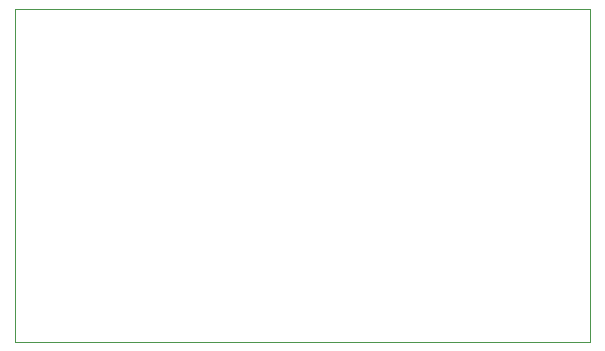
<source format=gbr>
%TF.GenerationSoftware,KiCad,Pcbnew,8.0.8*%
%TF.CreationDate,2025-02-10T00:24:17-08:00*%
%TF.ProjectId,514_final_sensor_pcb,3531345f-6669-46e6-916c-5f73656e736f,rev?*%
%TF.SameCoordinates,Original*%
%TF.FileFunction,Profile,NP*%
%FSLAX46Y46*%
G04 Gerber Fmt 4.6, Leading zero omitted, Abs format (unit mm)*
G04 Created by KiCad (PCBNEW 8.0.8) date 2025-02-10 00:24:17*
%MOMM*%
%LPD*%
G01*
G04 APERTURE LIST*
%TA.AperFunction,Profile*%
%ADD10C,0.050000*%
%TD*%
G04 APERTURE END LIST*
D10*
X69250000Y-50750000D02*
X118000000Y-50750000D01*
X118000000Y-79000000D01*
X69250000Y-79000000D01*
X69250000Y-50750000D01*
M02*

</source>
